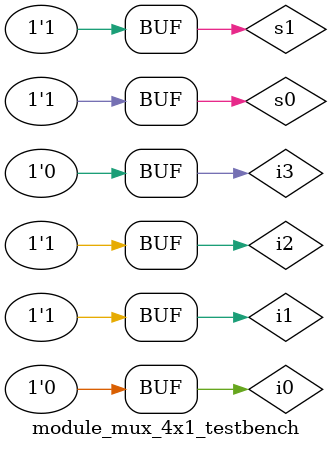
<source format=v>
`define DELAY 20
module module_mux_4x1_testbench();
reg i0,i1,i2,i3,s1,s0;
wire q;

module_mux_4X1 hatb (i0,i1,i2,i3,s1,s0,q);

initial begin
s1 = 1'b0; s0 = 1'b0; i0 = 1'b0; i1 = 1'b1; i2 = 1'b1; i3 = 1'b0; 
#`DELAY;
s1 = 1'b1; s0 = 1'b0; i0 = 1'b0; i1 = 1'b1; i2 = 1'b1; i3 = 1'b0; 
#`DELAY;
s1 = 1'b0; s0 = 1'b1; i0 = 1'b0; i1 = 1'b1; i2 = 1'b1; i3 = 1'b0; 
#`DELAY;
s1 = 1'b1; s0 = 1'b1; i0 = 1'b0; i1 = 1'b1; i2 = 1'b1; i3 = 1'b0; 
end
 
 
initial
begin
$monitor("time = %2d, s1 =%1b, s0=%1b, result=%1b", $time, s1, s0,q);
end
 
endmodule

</source>
